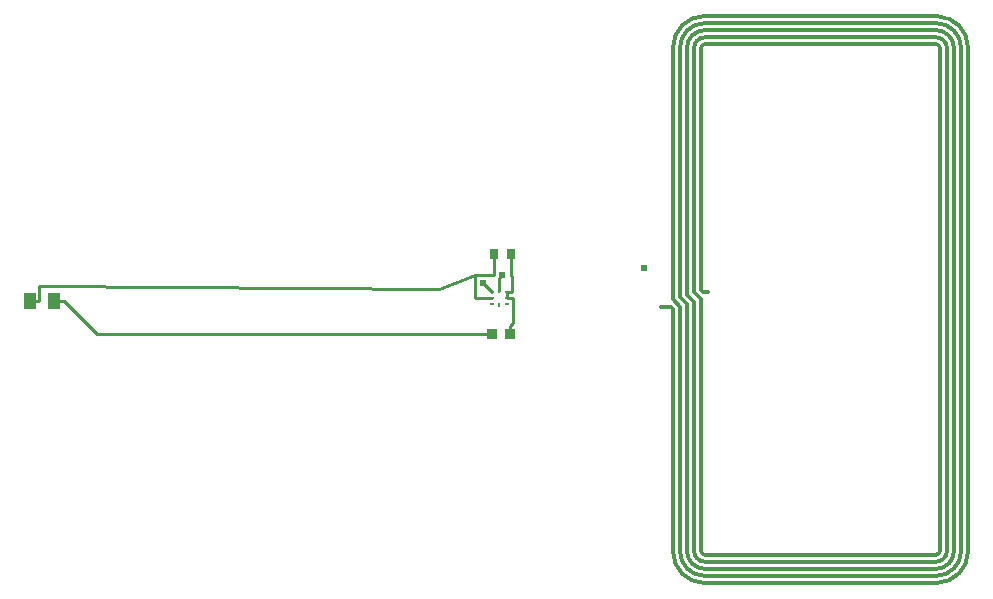
<source format=gtl>
G04 Layer: TopLayer*
G04 EasyEDA Pro v2.2.45.4, 2026-01-14 21:37:58*
G04 Gerber Generator version 0.3*
G04 Scale: 100 percent, Rotated: No, Reflected: No*
G04 Dimensions in millimeters*
G04 Leading zeros omitted, absolute positions, 4 integers and 5 decimals*
G04 Generated by one-click*
%FSLAX45Y45*%
%MOMM*%
%ADD10C,0.29997*%
%ADD11R,0.8X0.9*%
%ADD12R,0.80648X0.86401*%
%ADD13R,1.0X1.39954*%
%ADD14R,0.21999X0.4*%
%ADD15R,0.4X0.21999*%
%ADD16R,0.4X0.28001*%
%ADD17C,0.62001*%
%ADD18C,0.2555*%
%ADD19C,0.254*%
G75*


G04 PolygonModel Start*
G54D10*
G01X8515706Y-4631893D02*
G01X8515706Y-371907D01*
G01X8575700Y-4631893D02*
G01X8575700Y-371907D01*
G01X8635695Y-4631893D02*
G01X8635695Y-371907D01*
G01X8695690Y-4631893D02*
G01X8695690Y-371907D01*
G01X8755685Y-4631893D02*
G01X8755685Y-371907D01*
G01X6525692Y-4661891D02*
G01X8485708Y-4661891D01*
G01X6525692Y-4721885D02*
G01X8485708Y-4721885D01*
G01X6525692Y-4781906D02*
G01X8485708Y-4781906D01*
G01X6525692Y-4841900D02*
G01X8485708Y-4841900D01*
G01X6525692Y-4901895D02*
G01X8485708Y-4901895D01*
G01X6525692Y-341909D02*
G01X8485708Y-341909D01*
G01X6525692Y-281915D02*
G01X8485708Y-281915D01*
G01X6525692Y-221894D02*
G01X8485708Y-221894D01*
G01X6525692Y-161900D02*
G01X8485708Y-161900D01*
G01X6525692Y-101905D02*
G01X8485708Y-101905D01*
G01X6495694Y-4631893D02*
G01X6495694Y-2501900D01*
G01X6495694Y-2501900D02*
G01X6435700Y-2441905D01*
G01X6435700Y-2441905D02*
G01X6435700Y-371907D01*
G01X6375705Y-4631893D02*
G01X6375705Y-2541905D01*
G01X6375705Y-2541905D02*
G01X6315710Y-2481910D01*
G01X6315710Y-2481910D02*
G01X6315710Y-371907D01*
G01X6435700Y-4631893D02*
G01X6435700Y-2521890D01*
G01X6435700Y-2521890D02*
G01X6375705Y-2461895D01*
G01X6375705Y-2461895D02*
G01X6375705Y-371907D01*
G01X6315710Y-4631893D02*
G01X6315710Y-2561895D01*
G01X6315710Y-2561895D02*
G01X6255690Y-2501900D01*
G01X6255690Y-2501900D02*
G01X6255690Y-371907D01*
G01X6495694Y-371907D02*
G01X6495694Y-2421890D01*
G01X6495694Y-2421890D02*
G01X6512204Y-2438400D01*
G01X6512204Y-2438400D02*
G01X6553200Y-2438400D01*
G01X6159500Y-2565400D02*
G01X6172200Y-2565400D01*
G01X6172200Y-2565400D02*
G01X6239205Y-2565400D01*
G01X6239205Y-2565400D02*
G01X6255690Y-2581910D01*
G01X6255690Y-2581910D02*
G01X6255690Y-4631893D01*

G04 Pad Start*
G54D11*
G01X4883302Y-2120900D03*
G01X4743298Y-2120900D03*
G54D12*
G01X4875936Y-2794000D03*
G01X4725264Y-2794000D03*
G54D13*
G01X809371Y-2514600D03*
G01X1019429Y-2514600D03*
G54D14*
G01X4787903Y-2429213D03*
G54D15*
G01X4847897Y-2439220D03*
G01X4847897Y-2489208D03*
G01X4847897Y-2539220D03*
G54D14*
G01X4787903Y-2549202D03*
G54D15*
G01X4727908Y-2539195D03*
G01X4727908Y-2489208D03*
G54D16*
G01X4727908Y-2439220D03*
G04 Pad End*

G04 Via Start*
G54D17*
G01X4648200Y-2362200D03*
G01X4813300Y-2298700D03*
G01X6013293Y-2235200D03*
G04 Via End*

G04 Track Start*
G54D19*
G01X4648200Y-2362200D02*
G01X4725220Y-2439220D01*
G01X4727908Y-2439220D01*
G01X4727956Y-2489200D02*
G01X4584700Y-2489200D01*
G01X4584700Y-2295398D01*
G01X4743196Y-2295398D01*
G01X887476Y-2514600D02*
G01X887476Y-2387600D01*
G01X4279900Y-2413000D01*
G01X4584700Y-2295398D01*
G01X4813300Y-2298700D02*
G01X4787903Y-2324097D01*
G01X4787903Y-2429213D01*
G01X4725264Y-2794000D02*
G01X1376807Y-2794000D01*
G01X1097407Y-2514600D01*
G01X1019429Y-2514600D02*
G01X1097407Y-2514600D01*
G01X4743298Y-2120900D02*
G01X4743298Y-2295472D01*
G01X809371Y-2514600D02*
G01X887349Y-2514600D01*
G01X4847895Y-2489200D02*
G01X4847895Y-2439213D01*
G01X4875936Y-2722829D02*
G01X4899228Y-2699537D01*
G01X4899228Y-2492553D01*
G01X4895875Y-2489200D01*
G01X4875936Y-2794000D02*
G01X4875936Y-2722829D01*
G01X4847895Y-2489200D02*
G01X4895875Y-2489200D01*
G01X4883302Y-2295474D02*
G01X4895875Y-2308047D01*
G01X4895875Y-2439213D01*
G01X4847895Y-2439213D02*
G01X4895875Y-2439213D01*
G01X4883302Y-2120900D02*
G01X4883302Y-2295472D01*
G54D10*
G01X6495694Y-371907D02*
G02X6525692Y-341909I29997J0D01*
G01X6435700Y-371907D02*
G02X6525692Y-281915I89992J0D01*
G01X6375705Y-371907D02*
G02X6525692Y-221894I149987J25D01*
G01X6315710Y-371907D02*
G02X6525692Y-161900I210007J0D01*
G01X6255690Y-371907D02*
G02X6525692Y-101905I270002J0D01*
G01X6495694Y-4631893D02*
G03X6525692Y-4661891I29997J0D01*
G01X6435700Y-4631893D02*
G03X6525692Y-4721885I89992J0D01*
G01X6375705Y-4631893D02*
G03X6525692Y-4781906I149987J-25D01*
G01X6315710Y-4631893D02*
G03X6525692Y-4841900I210007J0D01*
G01X6255690Y-4631893D02*
G03X6525692Y-4901895I270002J0D01*
G01X8515706Y-4631893D02*
G02X8485708Y-4661891I-29997J0D01*
G01X8575700Y-4631893D02*
G02X8485708Y-4721885I-89992J0D01*
G01X8635695Y-4631893D02*
G02X8485708Y-4781906I-149987J-25D01*
G01X8695690Y-4631893D02*
G02X8485708Y-4841900I-210007J0D01*
G01X8755710Y-4631893D02*
G02X8485708Y-4901895I-270002J0D01*
G01X8515706Y-371907D02*
G03X8485708Y-341909I-29997J0D01*
G01X8575700Y-371907D02*
G03X8485708Y-281915I-89992J0D01*
G01X8635695Y-371907D02*
G03X8485708Y-221894I-149987J25D01*
G01X8695690Y-371907D02*
G03X8485708Y-161900I-210007J0D01*
G01X8755710Y-371907D02*
G03X8485708Y-101905I-270002J0D01*
G04 Track End*

M02*


</source>
